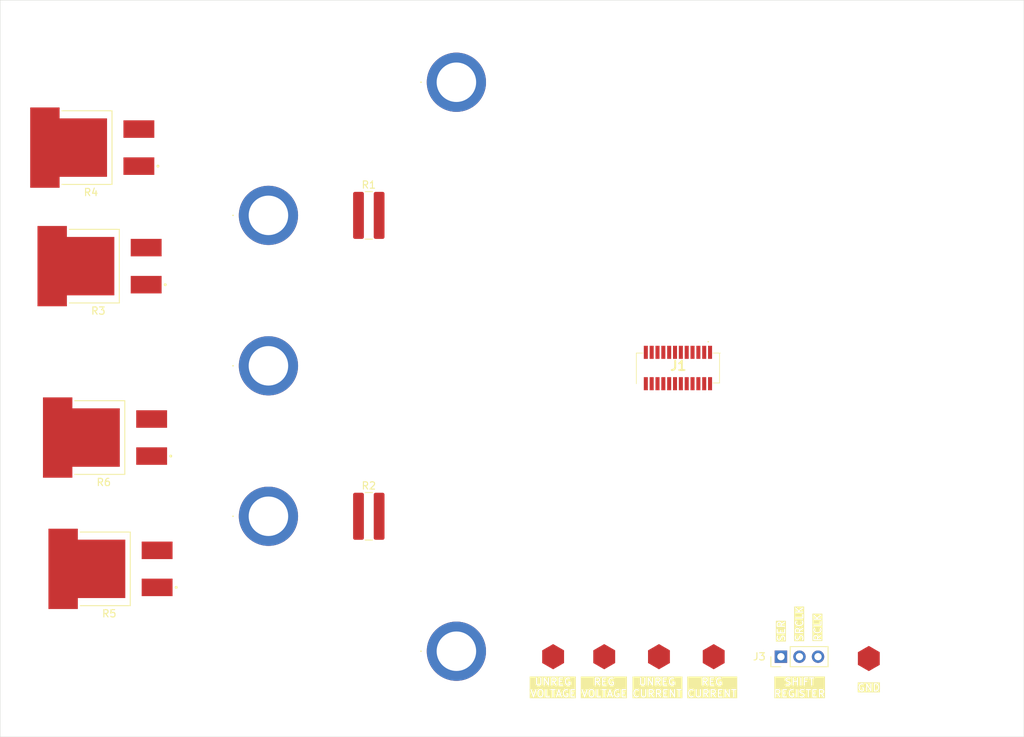
<source format=kicad_pcb>
(kicad_pcb (version 20241229) (generator "pcbnew") (generator_version "9.0")
  (layers (0 "F.Cu" signal) (2 "B.Cu" signal) (13 "F.Paste" user) (15 "B.Paste" user) (5 "F.SilkS" user "F.Silkscreen") (7 "B.SilkS" user "B.Silkscreen") (1 "F.Mask" user) (3 "B.Mask" user) (25 "Edge.Cuts" user))
  (net 0 "")
  (net 2 "/UNREG_VOLTAGE")
  (net 3 "/UNREG_SENSE-")
  (net 5 "/SRCLK")
  (net 8 "+3.3V")
  (net 9 "/REG_VOLTAGE")
  (net 10 "/SER")
  (net 11 "/UNREG_SENSE+")
  (net 12 "GND")
  (net 14 "/REG_CURRENT")
  (net 17 "/REG_SENSE+")
  (net 18 "/RCLK")
  (net 19 "/UNREG_CURRENT")
  (net 20 "/REG_SENSE-")
  (net 21 "/THERMAL_PAD")
  (footprint "Resistor_SMD:R_1225_3264Metric_Pad1.47x6.45mm_HandSolder" (layer "F.Cu") (at 76.5 62.75)
    (property "Reference" "R1" (at 0 -4.18 0) (layer "F.SilkS"))
    (property "Value" "250u")
    (fp_line (start -0.502064 -3.26) (end 0.502064 -3.26) (stroke (width 0.12)) (layer "F.SilkS"))
    (fp_line (start -0.502064 3.26) (end 0.502064 3.26) (stroke (width 0.12)) (layer "F.SilkS"))
    (pad "1" smd roundrect (at -1.4125 0) (size 1.475 6.45) (layers "F.Cu" "F.Mask" "F.Paste") (roundrect_rratio 0.169492) (net 11 "/UNREG_SENSE+"))
    (pad "2" smd roundrect (at 1.4125 0) (size 1.475 6.45) (layers "F.Cu" "F.Mask" "F.Paste") (roundrect_rratio 0.169492) (net 3 "/UNREG_SENSE-"))
  )
  (footprint "Parts:RES_PWR263S-35-3300F" (layer "F.Cu") (at 40.365 93.21 180)
    (property "Reference" "R6" (at 0.175 -6.135 0) (layer "F.SilkS"))
    (property "Value" "20")
    (fp_line (start 4.16 5.05) (end -2.705 5.05) (stroke (width 0.127)) (layer "F.SilkS"))
    (fp_line (start -2.705 5.05) (end -2.705 -5.05) (stroke (width 0.127)) (layer "F.SilkS"))
    (fp_line (start -2.705 -5.05) (end 4.16 -5.05) (stroke (width 0.127)) (layer "F.SilkS"))
    (fp_circle (center -9 -2.54) (end -8.9 -2.54) (stroke (width 0.2)) (fill no) (layer "F.SilkS"))
    (pad "1" smd rect (at -6.385 -2.54 180) (size 4.23 2.4) (layers "F.Cu" "F.Mask" "F.Paste") (net 12 "GND"))
    (pad "2" smd rect (at -6.385 2.54 180) (size 4.23 2.4) (layers "F.Cu" "F.Mask" "F.Paste") (net 20 "/REG_SENSE-"))
    (pad "3" smd custom (at 3.24 0 180) (size 5 5) (layers "F.Cu") (net 21 "/THERMAL_PAD") (options (clearance outline) (anchor rect)) (primitives (gr_poly (pts (xy 5.26 -5.5) (xy 5.26 5.5) (xy 1.24 5.5) (xy 1.24 4) (xy -5.26 4) (xy -5.26 -4) (xy 1.24 -4) (xy 1.24 -5.5)) (width 0.01) (fill yes))))
  )
  (footprint "Parts:RES_PWR263S-35-3300F" (layer "F.Cu") (at 41.115 111.21 180)
    (property "Reference" "R5" (at 0.175 -6.135 0) (layer "F.SilkS"))
    (property "Value" "20")
    (fp_line (start 4.16 5.05) (end -2.705 5.05) (stroke (width 0.127)) (layer "F.SilkS"))
    (fp_line (start -2.705 5.05) (end -2.705 -5.05) (stroke (width 0.127)) (layer "F.SilkS"))
    (fp_line (start -2.705 -5.05) (end 4.16 -5.05) (stroke (width 0.127)) (layer "F.SilkS"))
    (fp_circle (center -9 -2.54) (end -8.9 -2.54) (stroke (width 0.2)) (fill no) (layer "F.SilkS"))
    (pad "1" smd rect (at -6.385 -2.54 180) (size 4.23 2.4) (layers "F.Cu" "F.Mask" "F.Paste") (net 12 "GND"))
    (pad "2" smd rect (at -6.385 2.54 180) (size 4.23 2.4) (layers "F.Cu" "F.Mask" "F.Paste") (net 20 "/REG_SENSE-"))
    (pad "3" smd custom (at 3.24 0 180) (size 5 5) (layers "F.Cu") (net 21 "/THERMAL_PAD") (options (clearance outline) (anchor rect)) (primitives (gr_poly (pts (xy 5.26 -5.5) (xy 5.26 5.5) (xy 1.24 5.5) (xy 1.24 4) (xy -5.26 4) (xy -5.26 -4) (xy 1.24 -4) (xy 1.24 -5.5)) (width 0.01) (fill yes))))
  )
  (footprint "UTSVT_Special:TestPoint_HEX_3mmID" (layer "F.Cu") (at 101.75 123.25)
    (property "Reference" "TP1")
    (property "Value" "UNREG_VOLTAGE")
    (pad "1" connect custom (at 0 0) (size 3 3) (layers "F.Cu" "F.Mask") (net 2 "/UNREG_VOLTAGE") (options (clearance outline) (anchor circle)) (primitives (gr_poly (pts (xy 0 -1.732051) (xy 1.5 -0.866025) (xy 1.5 0.866025) (xy 0 1.732051) (xy -1.5 0.866025) (xy -1.5 -0.866025)) (width 0) (fill yes))))
  )
  (footprint "Resistor_SMD:R_1225_3264Metric_Pad1.47x6.45mm_HandSolder" (layer "F.Cu") (at 76.5 104)
    (property "Reference" "R2" (at 0 -4.18 0) (layer "F.SilkS"))
    (property "Value" "250u")
    (fp_line (start -0.502064 -3.26) (end 0.502064 -3.26) (stroke (width 0.12)) (layer "F.SilkS"))
    (fp_line (start -0.502064 3.26) (end 0.502064 3.26) (stroke (width 0.12)) (layer "F.SilkS"))
    (pad "1" smd roundrect (at -1.4125 0) (size 1.475 6.45) (layers "F.Cu" "F.Mask" "F.Paste") (roundrect_rratio 0.169492) (net 17 "/REG_SENSE+"))
    (pad "2" smd roundrect (at 1.4125 0) (size 1.475 6.45) (layers "F.Cu" "F.Mask" "F.Paste") (roundrect_rratio 0.169492) (net 20 "/REG_SENSE-"))
  )
  (footprint "Parts:5754" (layer "F.Cu") (at 88.5 122.5)
    (property "Reference" "J7" (at 0 0 0) (layer "F.SilkS") (effects (font (size 1.27 1.27) (thickness 0.254))))
    (property "Value" "REG-" (hide yes))
    (fp_line (start -4.9 0) (end -4.9 0) (stroke (width 0.1)) (layer "F.SilkS"))
    (fp_line (start -4.8 0) (end -4.8 0) (stroke (width 0.1)) (layer "F.SilkS"))
    (fp_arc (start -4.9 0) (mid -4.85 -0.05) (end -4.8 0) (stroke (width 0.1)) (layer "F.SilkS"))
    (fp_arc (start -4.8 0) (mid -4.85 0.05) (end -4.9 0) (stroke (width 0.1)) (layer "F.SilkS"))
    (pad "1" thru_hole circle (at 0 0) (size 8.115 8.115) (drill 5.41) (layers "*.Cu" "*.Mask") (net 20 "/REG_SENSE-"))
  )
  (footprint "Parts:RES_PWR263S-35-3300F" (layer "F.Cu") (at 39.615 69.71 180)
    (property "Reference" "R3" (at 0.175 -6.135 0) (layer "F.SilkS"))
    (property "Value" "20")
    (fp_line (start 4.16 5.05) (end -2.705 5.05) (stroke (width 0.127)) (layer "F.SilkS"))
    (fp_line (start -2.705 5.05) (end -2.705 -5.05) (stroke (width 0.127)) (layer "F.SilkS"))
    (fp_line (start -2.705 -5.05) (end 4.16 -5.05) (stroke (width 0.127)) (layer "F.SilkS"))
    (fp_circle (center -9 -2.54) (end -8.9 -2.54) (stroke (width 0.2)) (fill no) (layer "F.SilkS"))
    (pad "1" smd rect (at -6.385 -2.54 180) (size 4.23 2.4) (layers "F.Cu" "F.Mask" "F.Paste") (net 12 "GND"))
    (pad "2" smd rect (at -6.385 2.54 180) (size 4.23 2.4) (layers "F.Cu" "F.Mask" "F.Paste") (net 3 "/UNREG_SENSE-"))
    (pad "3" smd custom (at 3.24 0 180) (size 5 5) (layers "F.Cu") (net 21 "/THERMAL_PAD") (options (clearance outline) (anchor rect)) (primitives (gr_poly (pts (xy 5.26 -5.5) (xy 5.26 5.5) (xy 1.24 5.5) (xy 1.24 4) (xy -5.26 4) (xy -5.26 -4) (xy 1.24 -4) (xy 1.24 -5.5)) (width 0.01) (fill yes))))
  )
  (footprint "UTSVT_Special:TestPoint_HEX_3mmID" (layer "F.Cu") (at 123.75 123.25)
    (property "Reference" "TP4")
    (property "Value" "REG_CURRENT")
    (pad "1" connect custom (at 0 0) (size 3 3) (layers "F.Cu" "F.Mask") (net 14 "/REG_CURRENT") (options (clearance outline) (anchor circle)) (primitives (gr_poly (pts (xy 0 -1.732051) (xy 1.5 -0.866025) (xy 1.5 0.866025) (xy 0 1.732051) (xy -1.5 0.866025) (xy -1.5 -0.866025)) (width 0) (fill yes))))
  )
  (footprint "UTSVT_Special:TestPoint_HEX_3mmID" (layer "F.Cu") (at 145 123.5)
    (property "Reference" "TPe")
    (property "Value" "GND")
    (pad "1" connect custom (at 0 0) (size 3 3) (layers "F.Cu" "F.Mask") (net 12 "GND") (options (clearance outline) (anchor circle)) (primitives (gr_poly (pts (xy 0 -1.732051) (xy 1.5 -0.866025) (xy 1.5 0.866025) (xy 0 1.732051) (xy -1.5 0.866025) (xy -1.5 -0.866025)) (width 0) (fill yes))))
  )
  (footprint "Parts:RES_PWR263S-35-3300F" (layer "F.Cu") (at 38.615 53.46 180)
    (property "Reference" "R4" (at 0.175 -6.135 0) (layer "F.SilkS"))
    (property "Value" "20")
    (fp_line (start 4.16 5.05) (end -2.705 5.05) (stroke (width 0.127)) (layer "F.SilkS"))
    (fp_line (start -2.705 5.05) (end -2.705 -5.05) (stroke (width 0.127)) (layer "F.SilkS"))
    (fp_line (start -2.705 -5.05) (end 4.16 -5.05) (stroke (width 0.127)) (layer "F.SilkS"))
    (fp_circle (center -9 -2.54) (end -8.9 -2.54) (stroke (width 0.2)) (fill no) (layer "F.SilkS"))
    (pad "1" smd rect (at -6.385 -2.54 180) (size 4.23 2.4) (layers "F.Cu" "F.Mask" "F.Paste") (net 12 "GND"))
    (pad "2" smd rect (at -6.385 2.54 180) (size 4.23 2.4) (layers "F.Cu" "F.Mask" "F.Paste") (net 3 "/UNREG_SENSE-"))
    (pad "3" smd custom (at 3.24 0 180) (size 5 5) (layers "F.Cu") (net 21 "/THERMAL_PAD") (options (clearance outline) (anchor rect)) (primitives (gr_poly (pts (xy 5.26 -5.5) (xy 5.26 5.5) (xy 1.24 5.5) (xy 1.24 4) (xy -5.26 4) (xy -5.26 -4) (xy 1.24 -4) (xy 1.24 -5.5)) (width 0.01) (fill yes))))
  )
  (footprint "Parts:5754" (layer "F.Cu") (at 88.5 44.5)
    (property "Reference" "J6" (at 0 0 0) (layer "F.SilkS") (effects (font (size 1.27 1.27) (thickness 0.254))))
    (property "Value" "UNREG-" (hide yes))
    (fp_line (start -4.9 0) (end -4.9 0) (stroke (width 0.1)) (layer "F.SilkS"))
    (fp_line (start -4.8 0) (end -4.8 0) (stroke (width 0.1)) (layer "F.SilkS"))
    (fp_arc (start -4.9 0) (mid -4.85 -0.05) (end -4.8 0) (stroke (width 0.1)) (layer "F.SilkS"))
    (fp_arc (start -4.8 0) (mid -4.85 0.05) (end -4.9 0) (stroke (width 0.1)) (layer "F.SilkS"))
    (pad "1" thru_hole circle (at 0 0) (size 8.115 8.115) (drill 5.41) (layers "*.Cu" "*.Mask") (net 3 "/UNREG_SENSE-"))
  )
  (footprint "UTSVT_Special:TestPoint_HEX_3mmID" (layer "F.Cu") (at 108.75 123.25)
    (property "Reference" "TP2")
    (property "Value" "REG_VOLTAGE")
    (pad "1" connect custom (at 0 0) (size 3 3) (layers "F.Cu" "F.Mask") (net 9 "/REG_VOLTAGE") (options (clearance outline) (anchor circle)) (primitives (gr_poly (pts (xy 0 -1.732051) (xy 1.5 -0.866025) (xy 1.5 0.866025) (xy 0 1.732051) (xy -1.5 0.866025) (xy -1.5 -0.866025)) (width 0) (fill yes))))
  )
  (footprint "Parts:5754" (layer "F.Cu") (at 62.75 83.375)
    (property "Reference" "J5" (at 0 0 0) (layer "F.SilkS") (effects (font (size 1.27 1.27) (thickness 0.254))))
    (property "Value" "GND" (hide yes))
    (fp_line (start -4.9 0) (end -4.9 0) (stroke (width 0.1)) (layer "F.SilkS"))
    (fp_line (start -4.8 0) (end -4.8 0) (stroke (width 0.1)) (layer "F.SilkS"))
    (fp_arc (start -4.9 0) (mid -4.85 -0.05) (end -4.8 0) (stroke (width 0.1)) (layer "F.SilkS"))
    (fp_arc (start -4.8 0) (mid -4.85 0.05) (end -4.9 0) (stroke (width 0.1)) (layer "F.SilkS"))
    (pad "1" thru_hole circle (at 0 0) (size 8.115 8.115) (drill 5.41) (layers "*.Cu" "*.Mask") (net 12 "GND"))
  )
  (footprint "UTSVT_Connectors:533072471" (layer "F.Cu") (at 118.9 83.575)
    (property "Reference" "J1" (at 0 -0.2 0) (layer "F.SilkS") (effects (font (size 1.27 1.27) (thickness 0.254))))
    (property "Value" "53307-2471" (hide yes))
    (fp_line (start -5.75 -1.95) (end -5.75 2.25) (stroke (width 0.1)) (layer "F.SilkS"))
    (fp_line (start -4.85 -1.95) (end -5.75 -1.95) (stroke (width 0.1)) (layer "F.SilkS"))
    (fp_line (start 4.05 -3.5) (end 4.05 -3.5) (stroke (width 0.1)) (layer "F.SilkS"))
    (fp_line (start 4.15 -3.5) (end 4.15 -3.5) (stroke (width 0.1)) (layer "F.SilkS"))
    (fp_line (start 4.75 -1.95) (end 5.75 -1.95) (stroke (width 0.1)) (layer "F.SilkS"))
    (fp_line (start 5.65 -1.9) (end 5.65 2.15) (stroke (width 0.1)) (layer "F.SilkS"))
    (fp_line (start 5.65 2.15) (end 4.75 2.15) (stroke (width 0.1)) (layer "F.SilkS"))
    (fp_arc (start 4.05 -3.5) (mid 4.1 -3.55) (end 4.15 -3.5) (stroke (width 0.1)) (layer "F.SilkS"))
    (fp_arc (start 4.15 -3.5) (mid 4.1 -3.45) (end 4.05 -3.5) (stroke (width 0.1)) (layer "F.SilkS"))
    (pad "1" smd rect (at 4.35 -2.05) (size 0.55 1.8) (layers "F.Cu" "F.Mask" "F.Paste") (net 12 "GND"))
    (pad "2" smd rect (at 4.35 2.25) (size 0.55 1.8) (layers "F.Cu" "F.Mask" "F.Paste") (net 18 "/RCLK"))
    (pad "3" smd rect (at 3.55 -2.05) (size 0.55 1.8) (layers "F.Cu" "F.Mask" "F.Paste") (net 12 "GND"))
    (pad "4" smd rect (at 3.55 2.25) (size 0.55 1.8) (layers "F.Cu" "F.Mask" "F.Paste") (net 5 "/SRCLK"))
    (pad "5" smd rect (at 2.75 -2.05) (size 0.55 1.8) (layers "F.Cu" "F.Mask" "F.Paste") (net 12 "GND"))
    (pad "6" smd rect (at 2.75 2.25) (size 0.55 1.8) (layers "F.Cu" "F.Mask" "F.Paste"))
    (pad "7" smd rect (at 1.95 -2.05) (size 0.55 1.8) (layers "F.Cu" "F.Mask" "F.Paste") (net 8 "+3.3V"))
    (pad "8" smd rect (at 1.95 2.25) (size 0.55 1.8) (layers "F.Cu" "F.Mask" "F.Paste") (net 10 "/SER"))
    (pad "9" smd rect (at 1.15 -2.05) (size 0.55 1.8) (layers "F.Cu" "F.Mask" "F.Paste") (net 8 "+3.3V"))
    (pad "10" smd rect (at 1.15 2.25) (size 0.55 1.8) (layers "F.Cu" "F.Mask" "F.Paste"))
    (pad "11" smd rect (at 0.35 -2.05) (size 0.55 1.8) (layers "F.Cu" "F.Mask" "F.Paste") (net 17 "/REG_SENSE+"))
    (pad "12" smd rect (at 0.35 2.25) (size 0.55 1.8) (layers "F.Cu" "F.Mask" "F.Paste") (net 14 "/REG_CURRENT"))
    (pad "13" smd rect (at -0.45 -2.05) (size 0.55 1.8) (layers "F.Cu" "F.Mask" "F.Paste") (net 20 "/REG_SENSE-"))
    (pad "14" smd rect (at -0.45 2.25) (size 0.55 1.8) (layers "F.Cu" "F.Mask" "F.Paste"))
    (pad "15" smd rect (at -1.25 -2.05) (size 0.55 1.8) (layers "F.Cu" "F.Mask" "F.Paste"))
    (pad "16" smd rect (at -1.25 2.25) (size 0.55 1.8) (layers "F.Cu" "F.Mask" "F.Paste") (net 19 "/UNREG_CURRENT"))
    (pad "17" smd rect (at -2.05 -2.05) (size 0.55 1.8) (layers "F.Cu" "F.Mask" "F.Paste") (net 11 "/UNREG_SENSE+"))
    (pad "18" smd rect (at -2.05 2.25) (size 0.55 1.8) (layers "F.Cu" "F.Mask" "F.Paste"))
    (pad "19" smd rect (at -2.85 -2.05) (size 0.55 1.8) (layers "F.Cu" "F.Mask" "F.Paste") (net 3 "/UNREG_SENSE-"))
    (pad "20" smd rect (at -2.85 2.25) (size 0.55 1.8) (layers "F.Cu" "F.Mask" "F.Paste") (net 9 "/REG_VOLTAGE"))
    (pad "21" smd rect (at -3.65 -2.05) (size 0.55 1.8) (layers "F.Cu" "F.Mask" "F.Paste"))
    (pad "22" smd rect (at -3.65 2.25) (size 0.55 1.8) (layers "F.Cu" "F.Mask" "F.Paste"))
    (pad "23" smd rect (at -4.45 -2.05) (size 0.55 1.8) (layers "F.Cu" "F.Mask" "F.Paste") (net 11 "/UNREG_SENSE+"))
    (pad "24" smd rect (at -4.45 2.25) (size 0.55 1.8) (layers "F.Cu" "F.Mask" "F.Paste") (net 2 "/UNREG_VOLTAGE"))
  )
  (footprint "Parts:5754" (layer "F.Cu") (at 62.75 104)
    (property "Reference" "J4" (at 0 0 0) (layer "F.SilkS") (effects (font (size 1.27 1.27) (thickness 0.254))))
    (property "Value" "REG+" (hide yes))
    (fp_line (start -4.9 0) (end -4.9 0) (stroke (width 0.1)) (layer "F.SilkS"))
    (fp_line (start -4.8 0) (end -4.8 0) (stroke (width 0.1)) (layer "F.SilkS"))
    (fp_arc (start -4.9 0) (mid -4.85 -0.05) (end -4.8 0) (stroke (width 0.1)) (layer "F.SilkS"))
    (fp_arc (start -4.8 0) (mid -4.85 0.05) (end -4.9 0) (stroke (width 0.1)) (layer "F.SilkS"))
    (pad "1" thru_hole circle (at 0 0) (size 8.115 8.115) (drill 5.41) (layers "*.Cu" "*.Mask") (net 17 "/REG_SENSE+"))
  )
  (footprint "UTSVT_Special:TestPoint_HEX_3mmID" (layer "F.Cu") (at 116.25 123.25)
    (property "Reference" "TP3")
    (property "Value" "UNREG_CURRENT")
    (pad "1" connect custom (at 0 0) (size 3 3) (layers "F.Cu" "F.Mask") (net 19 "/UNREG_CURRENT") (options (clearance outline) (anchor circle)) (primitives (gr_poly (pts (xy 0 -1.732051) (xy 1.5 -0.866025) (xy 1.5 0.866025) (xy 0 1.732051) (xy -1.5 0.866025) (xy -1.5 -0.866025)) (width 0) (fill yes))))
  )
  (footprint "Parts:5754" (layer "F.Cu") (at 62.75 62.75)
    (property "Reference" "J2" (at 0 0 0) (layer "F.SilkS") (effects (font (size 1.27 1.27) (thickness 0.254))))
    (property "Value" "UNREG+" (hide yes))
    (fp_line (start -4.9 0) (end -4.9 0) (stroke (width 0.1)) (layer "F.SilkS"))
    (fp_line (start -4.8 0) (end -4.8 0) (stroke (width 0.1)) (layer "F.SilkS"))
    (fp_arc (start -4.9 0) (mid -4.85 -0.05) (end -4.8 0) (stroke (width 0.1)) (layer "F.SilkS"))
    (fp_arc (start -4.8 0) (mid -4.85 0.05) (end -4.9 0) (stroke (width 0.1)) (layer "F.SilkS"))
    (pad "1" thru_hole circle (at 0 0) (size 8.115 8.115) (drill 5.41) (layers "*.Cu" "*.Mask") (net 11 "/UNREG_SENSE+"))
  )
  (footprint "Connector_PinHeader_2.54mm:PinHeader_1x03_P2.54mm_Vertical" (layer "F.Cu") (at 132.96 123.25 90)
    (property "Reference" "J3" (at 0 -2.96 180) (layer "F.SilkS"))
    (property "Value" "SHIFT_REG")
    (fp_line (start -1.38 -1.38) (end 0 -1.38) (stroke (width 0.12)) (layer "F.SilkS"))
    (fp_line (start -1.38 0) (end -1.38 -1.38) (stroke (width 0.12)) (layer "F.SilkS"))
    (fp_line (start 1.38 1.27) (end 1.38 6.46) (stroke (width 0.12)) (layer "F.SilkS"))
    (fp_line (start -1.38 1.27) (end 1.38 1.27) (stroke (width 0.12)) (layer "F.SilkS"))
    (fp_line (start -1.38 1.27) (end -1.38 6.46) (stroke (width 0.12)) (layer "F.SilkS"))
    (fp_line (start -1.38 6.46) (end 1.38 6.46) (stroke (width 0.12)) (layer "F.SilkS"))
    (pad "1" thru_hole rect (at 0 0 90) (size 1.7 1.7) (drill 1) (layers "*.Cu" "*.Mask") (net 10 "/SER"))
    (pad "2" thru_hole circle (at 0 2.54 90) (size 1.7 1.7) (drill 1) (layers "*.Cu" "*.Mask") (net 5 "/SRCLK"))
    (pad "3" thru_hole circle (at 0 5.08 90) (size 1.7 1.7) (drill 1) (layers "*.Cu" "*.Mask") (net 18 "/RCLK"))
  )
  (gr_rect (start 26 33.25) (end 166.25 134.25) (stroke (width 0.05)) (fill no) (layer "Edge.Cuts"))
  (gr_text "REG\nVOLTAGE" (at 108.75 127.5 0) (layer "F.SilkS" knockout) (effects (font (size 1 1))))
  (gr_text "UNREG\nVOLTAGE" (at 101.75 127.5 0) (layer "F.SilkS" knockout) (effects (font (size 1 1))))
  (gr_text "UNREG\nCURRENT" (at 116 127.5 0) (layer "F.SilkS" knockout) (effects (font (size 1 1))))
  (gr_text "SHIFT\nREGISTER" (at 135.5 127.5 0) (layer "F.SilkS" knockout) (effects (font (size 1 1))))
  (gr_text "SER" (at 133 119.75 90) (layer "F.SilkS" knockout) (effects (font (size 1 1))))
  (gr_text "RCLK" (at 138 119.25 90) (layer "F.SilkS" knockout) (effects (font (size 1 1))))
  (gr_text "GND" (at 145 127.5 0) (layer "F.SilkS" knockout) (effects (font (size 1 1))))
  (gr_text "SRCLK" (at 135.5 118.75 90) (layer "F.SilkS" knockout) (effects (font (size 1 1))))
  (gr_text "REG\nCURRENT" (at 123.5 127.5 0) (layer "F.SilkS" knockout) (effects (font (size 1 1))))
)
</source>
